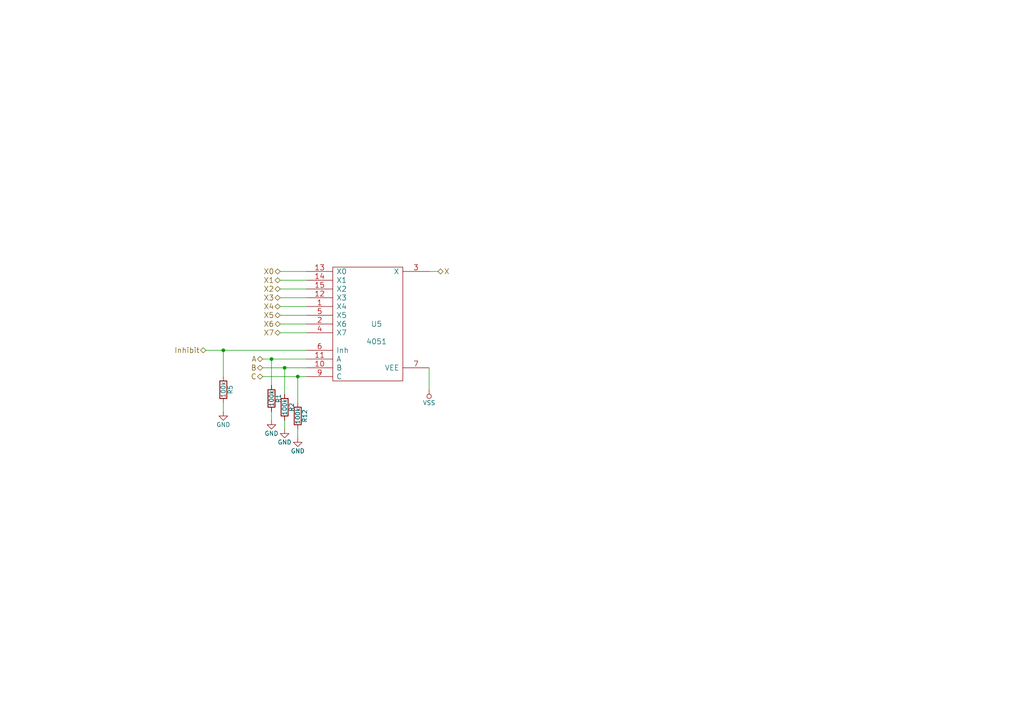
<source format=kicad_sch>
(kicad_sch (version 20231120) (generator "eeschema") (generator_version "8.0")
  (paper "A4")
  (lib_symbols
    (symbol "logic_noise_playground-rescue:4051" (pin_names (offset 1.016))
      (property "Reference" "U" (at 2.54 0 0))
      (property "Value" "4051" (at 2.54 -5.08 0))
      (symbol "4051_0_0"
        (pin power_in line (at 0 16.51 270) (length 0) hide (name "VDD") (number "16"))
        (pin power_in line (at 0 -16.51 90) (length 0) hide (name "VSS") (number "8"))
      )
      (symbol "4051_0_1"
        (rectangle (start -10.16 16.51) (end 10.16 -16.51))
      )
      (symbol "4051_1_1"
        (pin passive line (at -17.78 5.08 0) (length 7.62) (name "X4") (number "1"))
        (pin input line (at -17.78 -12.7 0) (length 7.62) (name "B") (number "10"))
        (pin input line (at -17.78 -10.16 0) (length 7.62) (name "A") (number "11"))
        (pin passive line (at -17.78 7.62 0) (length 7.62) (name "X3") (number "12"))
        (pin passive line (at -17.78 15.24 0) (length 7.62) (name "X0") (number "13"))
        (pin passive line (at -17.78 12.7 0) (length 7.62) (name "X1") (number "14"))
        (pin passive line (at -17.78 10.16 0) (length 7.62) (name "X2") (number "15"))
        (pin passive line (at -17.78 0 0) (length 7.62) (name "X6") (number "2"))
        (pin passive line (at 17.78 15.24 180) (length 7.62) (name "X") (number "3"))
        (pin passive line (at -17.78 -2.54 0) (length 7.62) (name "X7") (number "4"))
        (pin passive line (at -17.78 2.54 0) (length 7.62) (name "X5") (number "5"))
        (pin input line (at -17.78 -7.62 0) (length 7.62) (name "Inh") (number "6"))
        (pin power_in line (at 17.78 -12.7 180) (length 7.62) (name "VEE") (number "7"))
        (pin input line (at -17.78 -15.24 0) (length 7.62) (name "C") (number "9"))
      )
    )
    (symbol "logic_noise_playground-rescue:GND" (power) (pin_names (offset 0))
      (property "Value" "GND" (at 0 -3.81 0))
      (symbol "GND_0_1"
        (polyline (pts (xy 0 0) (xy 0 -1.27) (xy 1.27 -1.27) (xy 0 -2.54) (xy -1.27 -1.27) (xy 0 -1.27)))
      )
      (symbol "GND_1_1"
        (pin power_in line (at 0 0 270) (length 0) hide (name "GND") (number "1"))
      )
    )
    (symbol "logic_noise_playground-rescue:R" (pin_numbers hide) (pin_names (offset 0))
      (property "Reference" "R" (at 2.032 0 90))
      (property "Value" "R" (at 0 0 90))
      (symbol "R_0_1"
        (rectangle (start -1.016 -2.54) (end 1.016 2.54) (stroke (width 0.254)))
      )
      (symbol "R_1_1"
        (pin passive line (at 0 3.81 270) (length 1.27) (name "~") (number "1"))
        (pin passive line (at 0 -3.81 90) (length 1.27) (name "~") (number "2"))
      )
    )
    (symbol "logic_noise_playground-rescue:VSS" (power) (pin_names (offset 0))
      (property "Value" "VSS" (at 0 3.81 0))
      (symbol "VSS_0_1"
        (polyline (pts (xy 0 0) (xy 0 1.27)))
        (circle (center 0 1.905) (radius 0.635))
      )
      (symbol "VSS_1_1"
        (pin power_in line (at 0 0 90) (length 0) hide (name "VSS") (number "1"))
      )
    )
  )
  (junction (at 86.36 109.22))
  (junction (at 64.77 101.6))
  (junction (at 82.55 106.68))
  (junction (at 78.74 104.14))
  (wire (pts (xy 82.55 114.3) (xy 82.55 106.68)))
  (wire (pts (xy 64.77 101.6) (xy 88.9 101.6)))
  (wire (pts (xy 86.36 116.84) (xy 86.36 109.22)))
  (wire (pts (xy 88.9 96.52) (xy 81.28 96.52)))
  (wire (pts (xy 82.55 106.68) (xy 88.9 106.68)))
  (wire (pts (xy 86.36 109.22) (xy 88.9 109.22)))
  (wire (pts (xy 76.2 104.14) (xy 78.74 104.14)))
  (wire (pts (xy 81.28 88.9) (xy 88.9 88.9)))
  (wire (pts (xy 81.28 78.74) (xy 88.9 78.74)))
  (wire (pts (xy 76.2 106.68) (xy 82.55 106.68)))
  (wire (pts (xy 59.69 101.6) (xy 64.77 101.6)))
  (wire (pts (xy 78.74 121.92) (xy 78.74 119.38)))
  (wire (pts (xy 82.55 124.46) (xy 82.55 121.92)))
  (wire (pts (xy 88.9 81.28) (xy 81.28 81.28)))
  (wire (pts (xy 64.77 119.38) (xy 64.77 116.84)))
  (wire (pts (xy 81.28 83.82) (xy 88.9 83.82)))
  (wire (pts (xy 78.74 104.14) (xy 88.9 104.14)))
  (wire (pts (xy 127 78.74) (xy 124.46 78.74)))
  (wire (pts (xy 78.74 111.76) (xy 78.74 104.14)))
  (wire (pts (xy 88.9 86.36) (xy 81.28 86.36)))
  (wire (pts (xy 76.2 109.22) (xy 86.36 109.22)))
  (wire (pts (xy 88.9 91.44) (xy 81.28 91.44)))
  (wire (pts (xy 81.28 93.98) (xy 88.9 93.98)))
  (wire (pts (xy 124.46 106.68) (xy 124.46 113.03)))
  (wire (pts (xy 64.77 109.22) (xy 64.77 101.6)))
  (wire (pts (xy 86.36 127) (xy 86.36 124.46)))
  (hierarchical_label "X4" (shape bidirectional) (at 81.28 88.9 180) (effects (font (size 1.524 1.524))))
  (hierarchical_label "X1" (shape bidirectional) (at 81.28 81.28 180) (effects (font (size 1.524 1.524))))
  (hierarchical_label "Inhibit" (shape bidirectional) (at 59.69 101.6 180) (effects (font (size 1.524 1.524))))
  (hierarchical_label "X0" (shape bidirectional) (at 81.28 78.74 180) (effects (font (size 1.524 1.524))))
  (hierarchical_label "B" (shape bidirectional) (at 76.2 106.68 180) (effects (font (size 1.524 1.524))))
  (hierarchical_label "X5" (shape bidirectional) (at 81.28 91.44 180) (effects (font (size 1.524 1.524))))
  (hierarchical_label "X3" (shape bidirectional) (at 81.28 86.36 180) (effects (font (size 1.524 1.524))))
  (hierarchical_label "A" (shape bidirectional) (at 76.2 104.14 180) (effects (font (size 1.524 1.524))))
  (hierarchical_label "X2" (shape bidirectional) (at 81.28 83.82 180) (effects (font (size 1.524 1.524))))
  (hierarchical_label "X7" (shape bidirectional) (at 81.28 96.52 180) (effects (font (size 1.524 1.524))))
  (hierarchical_label "C" (shape bidirectional) (at 76.2 109.22 180) (effects (font (size 1.524 1.524))))
  (hierarchical_label "X" (shape bidirectional) (at 127 78.74 0) (effects (font (size 1.524 1.524))))
  (hierarchical_label "X6" (shape bidirectional) (at 81.28 93.98 180) (effects (font (size 1.524 1.524))))
  (symbol (lib_id "logic_noise_playground-rescue:4051") (at 106.68 93.98 0) (unit 1)
    (property "Reference" "U5" (at 109.22 93.98 0) (effects (font (size 1.524 1.524))))
    (property "Value" "4051" (at 109.22 99.06 0) (effects (font (size 1.524 1.524))))
    (property "Footprint" "Housings_DIP:DIP-16__300_ELL" (effects (hide yes)))
    (property "manf#" "CD4051BE" (effects (hide yes)))
  )
  (symbol (lib_id "logic_noise_playground-rescue:R") (at 64.77 113.03 0) (unit 1)
    (property "Reference" "R5" (at 66.802 113.03 90))
    (property "Value" "100k" (at 64.77 113.03 90))
    (property "Footprint" "Resistors_ThroughHole:Resistor_Horizontal_RM10mm" (effects (hide yes)))
    (property "manf#" "CF18JT100K" (effects (hide yes)))
  )
  (symbol (lib_id "logic_noise_playground-rescue:GND") (at 64.77 119.38 0) (unit 1)
    (property "Reference" "#PWR07" (effects (hide yes)))
    (property "Value" "GND" (at 64.77 123.19 0))
  )
  (symbol (lib_id "logic_noise_playground-rescue:VSS") (at 124.46 113.03 180) (unit 1)
    (property "Reference" "#PWR08" (effects (hide yes)))
    (property "Value" "VSS" (at 124.46 116.84 0))
  )
  (symbol (lib_id "logic_noise_playground-rescue:R") (at 78.74 115.57 0) (unit 1)
    (property "Reference" "R1" (at 80.772 115.57 90))
    (property "Value" "100k" (at 78.74 115.57 90))
    (property "Footprint" "Resistors_ThroughHole:Resistor_Horizontal_RM10mm" (effects (hide yes)))
    (property "manf#" "CF18JT100K" (effects (hide yes)))
  )
  (symbol (lib_id "logic_noise_playground-rescue:GND") (at 78.74 121.92 0) (unit 1)
    (property "Reference" "#PWR09" (effects (hide yes)))
    (property "Value" "GND" (at 78.74 125.73 0))
  )
  (symbol (lib_id "logic_noise_playground-rescue:R") (at 82.55 118.11 0) (unit 1)
    (property "Reference" "R2" (at 84.582 118.11 90))
    (property "Value" "100k" (at 82.55 118.11 90))
    (property "Footprint" "Resistors_ThroughHole:Resistor_Horizontal_RM10mm" (effects (hide yes)))
    (property "manf#" "CF18JT100K" (effects (hide yes)))
  )
  (symbol (lib_id "logic_noise_playground-rescue:GND") (at 82.55 124.46 0) (unit 1)
    (property "Reference" "#PWR010" (effects (hide yes)))
    (property "Value" "GND" (at 82.55 128.27 0))
  )
  (symbol (lib_id "logic_noise_playground-rescue:R") (at 86.36 120.65 0) (unit 1)
    (property "Reference" "R12" (at 88.392 120.65 90))
    (property "Value" "100k" (at 86.36 120.65 90))
    (property "Footprint" "Resistors_ThroughHole:Resistor_Horizontal_RM10mm" (effects (hide yes)))
    (property "manf#" "CF18JT100K" (effects (hide yes)))
  )
  (symbol (lib_id "logic_noise_playground-rescue:GND") (at 86.36 127 0) (unit 1)
    (property "Reference" "#PWR011" (effects (hide yes)))
    (property "Value" "GND" (at 86.36 130.81 0))
  )
)
</source>
